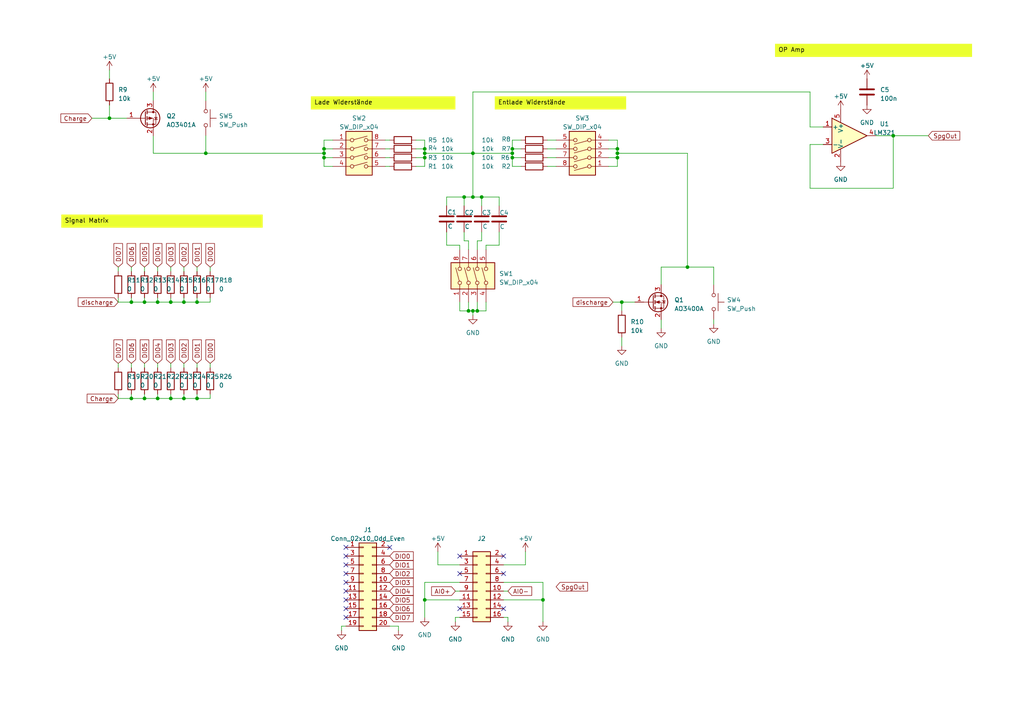
<source format=kicad_sch>
(kicad_sch (version 20231120) (generator "eeschema") (generator_version "8.0")
  (paper "A4")
  (lib_symbols
    (symbol "Amplifier_Operational:LM321" (pin_names (offset 0.127))
      (property "Reference" "U" (at 0 7.62 0))
      (property "Value" "LM321" (at 0 5.08 0))
      (symbol "LM321_0_1"
        (polyline (pts (xy -5.08 5.08) (xy 5.08 0) (xy -5.08 -5.08) (xy -5.08 5.08)) (stroke (width 0.254)) (fill (type background)))
      )
      (symbol "LM321_1_1"
        (pin input line (at -7.62 2.54 0) (length 2.54) (name "+") (number "1"))
        (pin power_in line (at -2.54 -7.62 90) (length 3.81) (name "V-") (number "2"))
        (pin input line (at -7.62 -2.54 0) (length 2.54) (name "-") (number "3"))
        (pin output line (at 7.62 0 180) (length 2.54) (name "~") (number "4"))
        (pin power_in line (at -2.54 7.62 270) (length 3.81) (name "V+") (number "5"))
      )
    )
    (symbol "Connector_Generic:Conn_02x08_Odd_Even" (pin_names (offset 1.016) hide)
      (property "Reference" "J" (at 1.27 10.16 0))
      (property "Value" "Conn_02x08_Odd_Even" (at 1.27 -12.7 0))
      (symbol "Conn_02x08_Odd_Even_1_1"
        (rectangle (start -1.27 -10.033) (end 0 -10.287) (stroke (width 0.1524)))
        (rectangle (start -1.27 -7.493) (end 0 -7.747) (stroke (width 0.1524)))
        (rectangle (start -1.27 -4.953) (end 0 -5.207) (stroke (width 0.1524)))
        (rectangle (start -1.27 -2.413) (end 0 -2.667) (stroke (width 0.1524)))
        (rectangle (start -1.27 0.127) (end 0 -0.127) (stroke (width 0.1524)))
        (rectangle (start -1.27 2.667) (end 0 2.413) (stroke (width 0.1524)))
        (rectangle (start -1.27 5.207) (end 0 4.953) (stroke (width 0.1524)))
        (rectangle (start -1.27 7.747) (end 0 7.493) (stroke (width 0.1524)))
        (rectangle (start -1.27 8.89) (end 3.81 -11.43) (stroke (width 0.254)) (fill (type background)))
        (rectangle (start 3.81 -10.033) (end 2.54 -10.287) (stroke (width 0.1524)))
        (rectangle (start 3.81 -7.493) (end 2.54 -7.747) (stroke (width 0.1524)))
        (rectangle (start 3.81 -4.953) (end 2.54 -5.207) (stroke (width 0.1524)))
        (rectangle (start 3.81 -2.413) (end 2.54 -2.667) (stroke (width 0.1524)))
        (rectangle (start 3.81 0.127) (end 2.54 -0.127) (stroke (width 0.1524)))
        (rectangle (start 3.81 2.667) (end 2.54 2.413) (stroke (width 0.1524)))
        (rectangle (start 3.81 5.207) (end 2.54 4.953) (stroke (width 0.1524)))
        (rectangle (start 3.81 7.747) (end 2.54 7.493) (stroke (width 0.1524)))
        (pin passive line (at -5.08 7.62 0) (length 3.81) (name "Pin_1") (number "1"))
        (pin passive line (at 7.62 -2.54 180) (length 3.81) (name "Pin_10") (number "10"))
        (pin passive line (at -5.08 -5.08 0) (length 3.81) (name "Pin_11") (number "11"))
        (pin passive line (at 7.62 -5.08 180) (length 3.81) (name "Pin_12") (number "12"))
        (pin passive line (at -5.08 -7.62 0) (length 3.81) (name "Pin_13") (number "13"))
        (pin passive line (at 7.62 -7.62 180) (length 3.81) (name "Pin_14") (number "14"))
        (pin passive line (at -5.08 -10.16 0) (length 3.81) (name "Pin_15") (number "15"))
        (pin passive line (at 7.62 -10.16 180) (length 3.81) (name "Pin_16") (number "16"))
        (pin passive line (at 7.62 7.62 180) (length 3.81) (name "Pin_2") (number "2"))
        (pin passive line (at -5.08 5.08 0) (length 3.81) (name "Pin_3") (number "3"))
        (pin passive line (at 7.62 5.08 180) (length 3.81) (name "Pin_4") (number "4"))
        (pin passive line (at -5.08 2.54 0) (length 3.81) (name "Pin_5") (number "5"))
        (pin passive line (at 7.62 2.54 180) (length 3.81) (name "Pin_6") (number "6"))
        (pin passive line (at -5.08 0 0) (length 3.81) (name "Pin_7") (number "7"))
        (pin passive line (at 7.62 0 180) (length 3.81) (name "Pin_8") (number "8"))
        (pin passive line (at -5.08 -2.54 0) (length 3.81) (name "Pin_9") (number "9"))
      )
    )
    (symbol "Connector_Generic:Conn_02x10_Odd_Even" (pin_names (offset 1.016) hide)
      (property "Reference" "J" (at 1.27 12.7 0))
      (property "Value" "Conn_02x10_Odd_Even" (at 1.27 -15.24 0))
      (symbol "Conn_02x10_Odd_Even_1_1"
        (rectangle (start -1.27 -12.573) (end 0 -12.827) (stroke (width 0.1524)))
        (rectangle (start -1.27 -10.033) (end 0 -10.287) (stroke (width 0.1524)))
        (rectangle (start -1.27 -7.493) (end 0 -7.747) (stroke (width 0.1524)))
        (rectangle (start -1.27 -4.953) (end 0 -5.207) (stroke (width 0.1524)))
        (rectangle (start -1.27 -2.413) (end 0 -2.667) (stroke (width 0.1524)))
        (rectangle (start -1.27 0.127) (end 0 -0.127) (stroke (width 0.1524)))
        (rectangle (start -1.27 2.667) (end 0 2.413) (stroke (width 0.1524)))
        (rectangle (start -1.27 5.207) (end 0 4.953) (stroke (width 0.1524)))
        (rectangle (start -1.27 7.747) (end 0 7.493) (stroke (width 0.1524)))
        (rectangle (start -1.27 10.287) (end 0 10.033) (stroke (width 0.1524)))
        (rectangle (start -1.27 11.43) (end 3.81 -13.97) (stroke (width 0.254)) (fill (type background)))
        (rectangle (start 3.81 -12.573) (end 2.54 -12.827) (stroke (width 0.1524)))
        (rectangle (start 3.81 -10.033) (end 2.54 -10.287) (stroke (width 0.1524)))
        (rectangle (start 3.81 -7.493) (end 2.54 -7.747) (stroke (width 0.1524)))
        (rectangle (start 3.81 -4.953) (end 2.54 -5.207) (stroke (width 0.1524)))
        (rectangle (start 3.81 -2.413) (end 2.54 -2.667) (stroke (width 0.1524)))
        (rectangle (start 3.81 0.127) (end 2.54 -0.127) (stroke (width 0.1524)))
        (rectangle (start 3.81 2.667) (end 2.54 2.413) (stroke (width 0.1524)))
        (rectangle (start 3.81 5.207) (end 2.54 4.953) (stroke (width 0.1524)))
        (rectangle (start 3.81 7.747) (end 2.54 7.493) (stroke (width 0.1524)))
        (rectangle (start 3.81 10.287) (end 2.54 10.033) (stroke (width 0.1524)))
        (pin passive line (at -5.08 10.16 0) (length 3.81) (name "Pin_1") (number "1"))
        (pin passive line (at 7.62 0 180) (length 3.81) (name "Pin_10") (number "10"))
        (pin passive line (at -5.08 -2.54 0) (length 3.81) (name "Pin_11") (number "11"))
        (pin passive line (at 7.62 -2.54 180) (length 3.81) (name "Pin_12") (number "12"))
        (pin passive line (at -5.08 -5.08 0) (length 3.81) (name "Pin_13") (number "13"))
        (pin passive line (at 7.62 -5.08 180) (length 3.81) (name "Pin_14") (number "14"))
        (pin passive line (at -5.08 -7.62 0) (length 3.81) (name "Pin_15") (number "15"))
        (pin passive line (at 7.62 -7.62 180) (length 3.81) (name "Pin_16") (number "16"))
        (pin passive line (at -5.08 -10.16 0) (length 3.81) (name "Pin_17") (number "17"))
        (pin passive line (at 7.62 -10.16 180) (length 3.81) (name "Pin_18") (number "18"))
        (pin passive line (at -5.08 -12.7 0) (length 3.81) (name "Pin_19") (number "19"))
        (pin passive line (at 7.62 10.16 180) (length 3.81) (name "Pin_2") (number "2"))
        (pin passive line (at 7.62 -12.7 180) (length 3.81) (name "Pin_20") (number "20"))
        (pin passive line (at -5.08 7.62 0) (length 3.81) (name "Pin_3") (number "3"))
        (pin passive line (at 7.62 7.62 180) (length 3.81) (name "Pin_4") (number "4"))
        (pin passive line (at -5.08 5.08 0) (length 3.81) (name "Pin_5") (number "5"))
        (pin passive line (at 7.62 5.08 180) (length 3.81) (name "Pin_6") (number "6"))
        (pin passive line (at -5.08 2.54 0) (length 3.81) (name "Pin_7") (number "7"))
        (pin passive line (at 7.62 2.54 180) (length 3.81) (name "Pin_8") (number "8"))
        (pin passive line (at -5.08 0 0) (length 3.81) (name "Pin_9") (number "9"))
      )
    )
    (symbol "Device:C" (pin_numbers hide) (pin_names (offset 0.254))
      (property "Reference" "C" (at 0.635 2.54 0))
      (property "Value" "C" (at 0.635 -2.54 0))
      (symbol "C_0_1"
        (polyline (pts (xy -2.032 -0.762) (xy 2.032 -0.762)) (stroke (width 0.508)))
        (polyline (pts (xy -2.032 0.762) (xy 2.032 0.762)) (stroke (width 0.508)))
      )
      (symbol "C_1_1"
        (pin passive line (at 0 3.81 270) (length 2.794) (name "~") (number "1"))
        (pin passive line (at 0 -3.81 90) (length 2.794) (name "~") (number "2"))
      )
    )
    (symbol "Device:R" (pin_numbers hide) (pin_names (offset 0))
      (property "Reference" "R" (at 2.032 0 90))
      (property "Value" "R" (at 0 0 90))
      (symbol "R_0_1"
        (rectangle (start -1.016 -2.54) (end 1.016 2.54) (stroke (width 0.254)))
      )
      (symbol "R_1_1"
        (pin passive line (at 0 3.81 270) (length 1.27) (name "~") (number "1"))
        (pin passive line (at 0 -3.81 90) (length 1.27) (name "~") (number "2"))
      )
    )
    (symbol "Switch:SW_DIP_x04" (pin_names (offset 0) hide)
      (property "Reference" "SW" (at 0 8.89 0))
      (property "Value" "SW_DIP_x04" (at 0 -6.35 0))
      (symbol "SW_DIP_x04_0_0"
        (circle (center -2.032 -2.54) (radius 0.508))
        (circle (center -2.032 0) (radius 0.508))
        (circle (center -2.032 2.54) (radius 0.508))
        (circle (center -2.032 5.08) (radius 0.508))
        (polyline (pts (xy -1.524 -2.3876) (xy 2.3622 -1.3462)))
        (polyline (pts (xy -1.524 0.127) (xy 2.3622 1.1684)))
        (polyline (pts (xy -1.524 2.667) (xy 2.3622 3.7084)))
        (polyline (pts (xy -1.524 5.207) (xy 2.3622 6.2484)))
        (circle (center 2.032 -2.54) (radius 0.508))
        (circle (center 2.032 0) (radius 0.508))
        (circle (center 2.032 2.54) (radius 0.508))
        (circle (center 2.032 5.08) (radius 0.508))
      )
      (symbol "SW_DIP_x04_0_1"
        (rectangle (start -3.81 7.62) (end 3.81 -5.08) (stroke (width 0.254)) (fill (type background)))
      )
      (symbol "SW_DIP_x04_1_1"
        (pin passive line (at -7.62 5.08 0) (length 5.08) (name "~") (number "1"))
        (pin passive line (at -7.62 2.54 0) (length 5.08) (name "~") (number "2"))
        (pin passive line (at -7.62 0 0) (length 5.08) (name "~") (number "3"))
        (pin passive line (at -7.62 -2.54 0) (length 5.08) (name "~") (number "4"))
        (pin passive line (at 7.62 -2.54 180) (length 5.08) (name "~") (number "5"))
        (pin passive line (at 7.62 0 180) (length 5.08) (name "~") (number "6"))
        (pin passive line (at 7.62 2.54 180) (length 5.08) (name "~") (number "7"))
        (pin passive line (at 7.62 5.08 180) (length 5.08) (name "~") (number "8"))
      )
    )
    (symbol "Switch:SW_Push" (pin_numbers hide) (pin_names (offset 1.016) hide)
      (property "Reference" "SW" (at 1.27 2.54 0))
      (property "Value" "SW_Push" (at 0 -1.524 0))
      (symbol "SW_Push_0_1"
        (circle (center -2.032 0) (radius 0.508))
        (polyline (pts (xy 0 1.27) (xy 0 3.048)))
        (polyline (pts (xy 2.54 1.27) (xy -2.54 1.27)))
        (circle (center 2.032 0) (radius 0.508))
        (pin passive line (at -5.08 0 0) (length 2.54) (name "1") (number "1"))
        (pin passive line (at 5.08 0 180) (length 2.54) (name "2") (number "2"))
      )
    )
    (symbol "Transistor_FET:AO3400A" (pin_names hide)
      (property "Reference" "Q" (at 5.08 1.905 0))
      (property "Value" "AO3400A" (at 5.08 0 0))
      (symbol "AO3400A_0_1"
        (polyline (pts (xy 0.254 0) (xy -2.54 0)))
        (polyline (pts (xy 0.254 1.905) (xy 0.254 -1.905)) (stroke (width 0.254)))
        (polyline (pts (xy 0.762 -1.27) (xy 0.762 -2.286)) (stroke (width 0.254)))
        (polyline (pts (xy 0.762 0.508) (xy 0.762 -0.508)) (stroke (width 0.254)))
        (polyline (pts (xy 0.762 2.286) (xy 0.762 1.27)) (stroke (width 0.254)))
        (polyline (pts (xy 2.54 2.54) (xy 2.54 1.778)))
        (polyline (pts (xy 2.54 -2.54) (xy 2.54 0) (xy 0.762 0)))
        (polyline (pts (xy 0.762 -1.778) (xy 3.302 -1.778) (xy 3.302 1.778) (xy 0.762 1.778)))
        (polyline (pts (xy 1.016 0) (xy 2.032 0.381) (xy 2.032 -0.381) (xy 1.016 0)) (fill (type outline)))
        (polyline (pts (xy 2.794 0.508) (xy 2.921 0.381) (xy 3.683 0.381) (xy 3.81 0.254)))
        (polyline (pts (xy 3.302 0.381) (xy 2.921 -0.254) (xy 3.683 -0.254) (xy 3.302 0.381)))
        (circle (center 1.651 0) (radius 2.794) (stroke (width 0.254)))
        (circle (center 2.54 -1.778) (radius 0.254) (fill (type outline)))
        (circle (center 2.54 1.778) (radius 0.254) (fill (type outline)))
      )
      (symbol "AO3400A_1_1"
        (pin input line (at -5.08 0 0) (length 2.54) (name "G") (number "1"))
        (pin passive line (at 2.54 -5.08 90) (length 2.54) (name "S") (number "2"))
        (pin passive line (at 2.54 5.08 270) (length 2.54) (name "D") (number "3"))
      )
    )
    (symbol "Transistor_FET:AO3401A" (pin_names hide)
      (property "Reference" "Q" (at 5.08 1.905 0))
      (property "Value" "AO3401A" (at 5.08 0 0))
      (symbol "AO3401A_0_1"
        (polyline (pts (xy 0.254 0) (xy -2.54 0)))
        (polyline (pts (xy 0.254 1.905) (xy 0.254 -1.905)) (stroke (width 0.254)))
        (polyline (pts (xy 0.762 -1.27) (xy 0.762 -2.286)) (stroke (width 0.254)))
        (polyline (pts (xy 0.762 0.508) (xy 0.762 -0.508)) (stroke (width 0.254)))
        (polyline (pts (xy 0.762 2.286) (xy 0.762 1.27)) (stroke (width 0.254)))
        (polyline (pts (xy 2.54 2.54) (xy 2.54 1.778)))
        (polyline (pts (xy 2.54 -2.54) (xy 2.54 0) (xy 0.762 0)))
        (polyline (pts (xy 0.762 1.778) (xy 3.302 1.778) (xy 3.302 -1.778) (xy 0.762 -1.778)))
        (polyline (pts (xy 2.286 0) (xy 1.27 0.381) (xy 1.27 -0.381) (xy 2.286 0)) (fill (type outline)))
        (polyline (pts (xy 2.794 -0.508) (xy 2.921 -0.381) (xy 3.683 -0.381) (xy 3.81 -0.254)))
        (polyline (pts (xy 3.302 -0.381) (xy 2.921 0.254) (xy 3.683 0.254) (xy 3.302 -0.381)))
        (circle (center 1.651 0) (radius 2.794) (stroke (width 0.254)))
        (circle (center 2.54 -1.778) (radius 0.254) (fill (type outline)))
        (circle (center 2.54 1.778) (radius 0.254) (fill (type outline)))
      )
      (symbol "AO3401A_1_1"
        (pin input line (at -5.08 0 0) (length 2.54) (name "G") (number "1"))
        (pin passive line (at 2.54 -5.08 90) (length 2.54) (name "S") (number "2"))
        (pin passive line (at 2.54 5.08 270) (length 2.54) (name "D") (number "3"))
      )
    )
    (symbol "power:+5V" (power) (pin_names (offset 0))
      (property "Value" "+5V" (at 0 3.556 0))
      (symbol "+5V_0_1"
        (polyline (pts (xy -0.762 1.27) (xy 0 2.54)))
        (polyline (pts (xy 0 0) (xy 0 2.54)))
        (polyline (pts (xy 0 2.54) (xy 0.762 1.27)))
      )
      (symbol "+5V_1_1"
        (pin power_in line (at 0 0 90) (length 0) hide (name "+5V") (number "1"))
      )
    )
    (symbol "power:GND" (power) (pin_names (offset 0))
      (property "Value" "GND" (at 0 -3.81 0))
      (symbol "GND_0_1"
        (polyline (pts (xy 0 0) (xy 0 -1.27) (xy 1.27 -1.27) (xy 0 -2.54) (xy -1.27 -1.27) (xy 0 -1.27)))
      )
      (symbol "GND_1_1"
        (pin power_in line (at 0 0 270) (length 0) hide (name "GND") (number "1"))
      )
    )
  )
  (junction (at 93.98 44.45))
  (junction (at 38.1 115.57))
  (junction (at 123.19 43.18))
  (junction (at 49.53 87.63))
  (junction (at 41.91 87.63))
  (junction (at 45.72 87.63))
  (junction (at 38.1 87.63))
  (junction (at 135.89 90.17))
  (junction (at 53.34 115.57))
  (junction (at 179.07 43.18))
  (junction (at 93.98 45.72))
  (junction (at 137.16 57.15))
  (junction (at 59.69 44.45))
  (junction (at 259.08 39.37))
  (junction (at 53.34 87.63))
  (junction (at 138.43 90.17))
  (junction (at 49.53 115.57))
  (junction (at 93.98 43.18))
  (junction (at 148.59 45.72))
  (junction (at 180.34 87.63))
  (junction (at 137.16 90.17))
  (junction (at 148.59 43.18))
  (junction (at 41.91 115.57))
  (junction (at 57.15 115.57))
  (junction (at 139.7 57.15))
  (junction (at 134.62 57.15))
  (junction (at 123.19 45.72))
  (junction (at 45.72 115.57))
  (junction (at 137.16 44.45))
  (junction (at 148.59 44.45))
  (junction (at 31.75 34.29))
  (junction (at 157.48 173.99))
  (junction (at 199.39 77.47))
  (junction (at 57.15 87.63))
  (junction (at 123.19 173.99))
  (junction (at 179.07 45.72))
  (junction (at 123.19 44.45))
  (junction (at 179.07 44.45))
  (no_connect (at 100.33 176.53))
  (no_connect (at 133.35 176.53))
  (no_connect (at 113.03 158.75))
  (no_connect (at 100.33 166.37))
  (no_connect (at 100.33 173.99))
  (no_connect (at 100.33 171.45))
  (no_connect (at 100.33 179.07))
  (no_connect (at 146.05 176.53))
  (no_connect (at 133.35 166.37))
  (no_connect (at 100.33 168.91))
  (no_connect (at 100.33 158.75))
  (no_connect (at 146.05 161.29))
  (no_connect (at 100.33 161.29))
  (no_connect (at 146.05 166.37))
  (no_connect (at 133.35 161.29))
  (no_connect (at 100.33 163.83))
  (wire (pts (xy 137.16 44.45) (xy 148.59 44.45)))
  (wire (pts (xy 191.77 92.71) (xy 191.77 95.25)))
  (wire (pts (xy 176.53 48.26) (xy 179.07 48.26)))
  (wire (pts (xy 134.62 57.15) (xy 137.16 57.15)))
  (wire (pts (xy 45.72 87.63) (xy 49.53 87.63)))
  (wire (pts (xy 123.19 173.99) (xy 133.35 173.99)))
  (wire (pts (xy 113.03 40.64) (xy 111.76 40.64)))
  (wire (pts (xy 176.53 43.18) (xy 179.07 43.18)))
  (wire (pts (xy 144.78 57.15) (xy 144.78 59.69)))
  (wire (pts (xy 123.19 40.64) (xy 123.19 43.18)))
  (wire (pts (xy 132.08 171.45) (xy 133.35 171.45)))
  (wire (pts (xy 93.98 43.18) (xy 96.52 43.18)))
  (wire (pts (xy 259.08 39.37) (xy 269.24 39.37)))
  (wire (pts (xy 59.69 44.45) (xy 59.69 39.37)))
  (wire (pts (xy 120.65 43.18) (xy 123.19 43.18)))
  (wire (pts (xy 45.72 115.57) (xy 49.53 115.57)))
  (wire (pts (xy 93.98 45.72) (xy 93.98 48.26)))
  (wire (pts (xy 49.53 77.47) (xy 49.53 78.74)))
  (wire (pts (xy 158.75 43.18) (xy 161.29 43.18)))
  (wire (pts (xy 180.34 90.17) (xy 180.34 87.63)))
  (wire (pts (xy 123.19 45.72) (xy 123.19 48.26)))
  (wire (pts (xy 259.08 39.37) (xy 254 39.37)))
  (wire (pts (xy 45.72 114.3) (xy 45.72 115.57)))
  (wire (pts (xy 45.72 115.57) (xy 41.91 115.57)))
  (wire (pts (xy 34.29 77.47) (xy 34.29 78.74)))
  (wire (pts (xy 234.95 26.67) (xy 137.16 26.67)))
  (wire (pts (xy 113.03 48.26) (xy 111.76 48.26)))
  (wire (pts (xy 59.69 44.45) (xy 93.98 44.45)))
  (wire (pts (xy 120.65 48.26) (xy 123.19 48.26)))
  (wire (pts (xy 53.34 105.41) (xy 53.34 106.68)))
  (wire (pts (xy 45.72 105.41) (xy 45.72 106.68)))
  (wire (pts (xy 157.48 168.91) (xy 157.48 173.99)))
  (wire (pts (xy 137.16 57.15) (xy 139.7 57.15)))
  (wire (pts (xy 238.76 41.91) (xy 234.95 41.91)))
  (wire (pts (xy 179.07 44.45) (xy 179.07 45.72)))
  (wire (pts (xy 148.59 44.45) (xy 148.59 45.72)))
  (wire (pts (xy 60.96 115.57) (xy 57.15 115.57)))
  (wire (pts (xy 129.54 57.15) (xy 134.62 57.15)))
  (wire (pts (xy 133.35 168.91) (xy 123.19 168.91)))
  (wire (pts (xy 123.19 44.45) (xy 137.16 44.45)))
  (wire (pts (xy 180.34 100.33) (xy 180.34 97.79)))
  (wire (pts (xy 132.08 179.07) (xy 132.08 180.34)))
  (wire (pts (xy 139.7 57.15) (xy 144.78 57.15)))
  (wire (pts (xy 123.19 44.45) (xy 123.19 45.72)))
  (wire (pts (xy 137.16 44.45) (xy 137.16 57.15)))
  (wire (pts (xy 44.45 39.37) (xy 44.45 44.45)))
  (wire (pts (xy 129.54 59.69) (xy 129.54 57.15)))
  (wire (pts (xy 38.1 77.47) (xy 38.1 78.74)))
  (wire (pts (xy 49.53 114.3) (xy 49.53 115.57)))
  (wire (pts (xy 34.29 115.57) (xy 34.29 114.3)))
  (wire (pts (xy 41.91 105.41) (xy 41.91 106.68)))
  (wire (pts (xy 53.34 86.36) (xy 53.34 87.63)))
  (wire (pts (xy 191.77 82.55) (xy 191.77 77.47)))
  (wire (pts (xy 57.15 105.41) (xy 57.15 106.68)))
  (wire (pts (xy 148.59 45.72) (xy 148.59 48.26)))
  (wire (pts (xy 259.08 54.61) (xy 259.08 39.37)))
  (wire (pts (xy 41.91 86.36) (xy 41.91 87.63)))
  (wire (pts (xy 93.98 43.18) (xy 93.98 44.45)))
  (wire (pts (xy 135.89 69.85) (xy 135.89 72.39)))
  (wire (pts (xy 123.19 43.18) (xy 123.19 44.45)))
  (wire (pts (xy 123.19 173.99) (xy 123.19 179.07)))
  (wire (pts (xy 44.45 44.45) (xy 59.69 44.45)))
  (wire (pts (xy 134.62 57.15) (xy 134.62 59.69)))
  (wire (pts (xy 134.62 69.85) (xy 135.89 69.85)))
  (wire (pts (xy 53.34 87.63) (xy 49.53 87.63)))
  (wire (pts (xy 140.97 87.63) (xy 140.97 90.17)))
  (wire (pts (xy 146.05 179.07) (xy 147.32 179.07)))
  (wire (pts (xy 44.45 26.67) (xy 44.45 29.21)))
  (wire (pts (xy 41.91 77.47) (xy 41.91 78.74)))
  (wire (pts (xy 144.78 67.31) (xy 144.78 71.12)))
  (wire (pts (xy 135.89 87.63) (xy 135.89 90.17)))
  (wire (pts (xy 93.98 40.64) (xy 96.52 40.64)))
  (wire (pts (xy 137.16 90.17) (xy 137.16 91.44)))
  (wire (pts (xy 60.96 114.3) (xy 60.96 115.57)))
  (wire (pts (xy 45.72 77.47) (xy 45.72 78.74)))
  (wire (pts (xy 147.32 179.07) (xy 147.32 180.34)))
  (wire (pts (xy 152.4 160.02) (xy 152.4 163.83)))
  (wire (pts (xy 152.4 163.83) (xy 146.05 163.83)))
  (wire (pts (xy 139.7 57.15) (xy 139.7 59.69)))
  (wire (pts (xy 137.16 26.67) (xy 137.16 44.45)))
  (wire (pts (xy 49.53 86.36) (xy 49.53 87.63)))
  (wire (pts (xy 93.98 40.64) (xy 93.98 43.18)))
  (wire (pts (xy 151.13 40.64) (xy 148.59 40.64)))
  (wire (pts (xy 113.03 43.18) (xy 111.76 43.18)))
  (wire (pts (xy 38.1 87.63) (xy 34.29 87.63)))
  (wire (pts (xy 57.15 77.47) (xy 57.15 78.74)))
  (wire (pts (xy 146.05 168.91) (xy 157.48 168.91)))
  (wire (pts (xy 57.15 87.63) (xy 53.34 87.63)))
  (wire (pts (xy 120.65 45.72) (xy 123.19 45.72)))
  (wire (pts (xy 133.35 179.07) (xy 132.08 179.07)))
  (wire (pts (xy 120.65 40.64) (xy 123.19 40.64)))
  (wire (pts (xy 207.01 92.71) (xy 207.01 93.98)))
  (wire (pts (xy 135.89 90.17) (xy 137.16 90.17)))
  (wire (pts (xy 129.54 67.31) (xy 129.54 71.12)))
  (wire (pts (xy 93.98 48.26) (xy 96.52 48.26)))
  (wire (pts (xy 146.05 173.99) (xy 157.48 173.99)))
  (wire (pts (xy 57.15 115.57) (xy 53.34 115.57)))
  (wire (pts (xy 31.75 20.32) (xy 31.75 22.86)))
  (wire (pts (xy 148.59 48.26) (xy 151.13 48.26)))
  (wire (pts (xy 99.06 181.61) (xy 100.33 181.61)))
  (wire (pts (xy 179.07 40.64) (xy 179.07 43.18)))
  (wire (pts (xy 148.59 43.18) (xy 148.59 44.45)))
  (wire (pts (xy 53.34 114.3) (xy 53.34 115.57)))
  (wire (pts (xy 115.57 182.88) (xy 115.57 181.61)))
  (wire (pts (xy 147.32 171.45) (xy 146.05 171.45)))
  (wire (pts (xy 93.98 44.45) (xy 93.98 45.72)))
  (wire (pts (xy 158.75 40.64) (xy 161.29 40.64)))
  (wire (pts (xy 123.19 168.91) (xy 123.19 173.99)))
  (wire (pts (xy 57.15 114.3) (xy 57.15 115.57)))
  (wire (pts (xy 137.16 90.17) (xy 138.43 90.17)))
  (wire (pts (xy 158.75 45.72) (xy 161.29 45.72)))
  (wire (pts (xy 133.35 87.63) (xy 133.35 90.17)))
  (wire (pts (xy 148.59 40.64) (xy 148.59 43.18)))
  (wire (pts (xy 138.43 87.63) (xy 138.43 90.17)))
  (wire (pts (xy 179.07 45.72) (xy 179.07 48.26)))
  (wire (pts (xy 133.35 90.17) (xy 135.89 90.17)))
  (wire (pts (xy 140.97 72.39) (xy 140.97 71.12)))
  (wire (pts (xy 60.96 87.63) (xy 57.15 87.63)))
  (wire (pts (xy 38.1 105.41) (xy 38.1 106.68)))
  (wire (pts (xy 45.72 86.36) (xy 45.72 87.63)))
  (wire (pts (xy 134.62 67.31) (xy 134.62 69.85)))
  (wire (pts (xy 127 163.83) (xy 133.35 163.83)))
  (wire (pts (xy 191.77 77.47) (xy 199.39 77.47)))
  (wire (pts (xy 34.29 87.63) (xy 34.29 86.36)))
  (wire (pts (xy 113.03 45.72) (xy 111.76 45.72)))
  (wire (pts (xy 41.91 87.63) (xy 38.1 87.63)))
  (wire (pts (xy 138.43 69.85) (xy 139.7 69.85)))
  (wire (pts (xy 41.91 115.57) (xy 38.1 115.57)))
  (wire (pts (xy 234.95 36.83) (xy 238.76 36.83)))
  (wire (pts (xy 57.15 86.36) (xy 57.15 87.63)))
  (wire (pts (xy 138.43 72.39) (xy 138.43 69.85)))
  (wire (pts (xy 148.59 43.18) (xy 151.13 43.18)))
  (wire (pts (xy 199.39 44.45) (xy 199.39 77.47)))
  (wire (pts (xy 199.39 77.47) (xy 207.01 77.47)))
  (wire (pts (xy 26.67 34.29) (xy 31.75 34.29)))
  (wire (pts (xy 127 160.02) (xy 127 163.83)))
  (wire (pts (xy 60.96 105.41) (xy 60.96 106.68)))
  (wire (pts (xy 176.53 45.72) (xy 179.07 45.72)))
  (wire (pts (xy 179.07 44.45) (xy 199.39 44.45)))
  (wire (pts (xy 133.35 72.39) (xy 133.35 71.12)))
  (wire (pts (xy 53.34 115.57) (xy 49.53 115.57)))
  (wire (pts (xy 31.75 34.29) (xy 36.83 34.29)))
  (wire (pts (xy 234.95 54.61) (xy 259.08 54.61)))
  (wire (pts (xy 38.1 86.36) (xy 38.1 87.63)))
  (wire (pts (xy 139.7 69.85) (xy 139.7 67.31)))
  (wire (pts (xy 138.43 90.17) (xy 140.97 90.17)))
  (wire (pts (xy 177.8 87.63) (xy 180.34 87.63)))
  (wire (pts (xy 234.95 41.91) (xy 234.95 54.61)))
  (wire (pts (xy 45.72 87.63) (xy 41.91 87.63)))
  (wire (pts (xy 41.91 114.3) (xy 41.91 115.57)))
  (wire (pts (xy 176.53 40.64) (xy 179.07 40.64)))
  (wire (pts (xy 38.1 115.57) (xy 34.29 115.57)))
  (wire (pts (xy 31.75 30.48) (xy 31.75 34.29)))
  (wire (pts (xy 53.34 77.47) (xy 53.34 78.74)))
  (wire (pts (xy 113.03 181.61) (xy 115.57 181.61)))
  (wire (pts (xy 99.06 182.88) (xy 99.06 181.61)))
  (wire (pts (xy 157.48 180.34) (xy 157.48 173.99)))
  (wire (pts (xy 38.1 114.3) (xy 38.1 115.57)))
  (wire (pts (xy 148.59 45.72) (xy 151.13 45.72)))
  (wire (pts (xy 93.98 45.72) (xy 96.52 45.72)))
  (wire (pts (xy 60.96 77.47) (xy 60.96 78.74)))
  (wire (pts (xy 34.29 105.41) (xy 34.29 106.68)))
  (wire (pts (xy 59.69 26.67) (xy 59.69 29.21)))
  (wire (pts (xy 180.34 87.63) (xy 184.15 87.63)))
  (wire (pts (xy 207.01 77.47) (xy 207.01 82.55)))
  (wire (pts (xy 158.75 48.26) (xy 161.29 48.26)))
  (wire (pts (xy 60.96 86.36) (xy 60.96 87.63)))
  (wire (pts (xy 49.53 105.41) (xy 49.53 106.68)))
  (wire (pts (xy 133.35 71.12) (xy 129.54 71.12)))
  (wire (pts (xy 179.07 43.18) (xy 179.07 44.45)))
  (wire (pts (xy 140.97 71.12) (xy 144.78 71.12)))
  (wire (pts (xy 234.95 36.83) (xy 234.95 26.67)))
  (text_box "Lade Widerstände" (at 90.17 27.94 0) (size 41.91 3.81) (stroke (width -0.0001)) (fill (type color) (color 234 255 48 1)) (effects (font (size 1.27 1.27)) (justify left top)))
  (text_box "Signal Matrix" (at 17.78 62.23 0) (size 58.42 3.81) (stroke (width -0.0001)) (fill (type color) (color 234 255 48 1)) (effects (font (size 1.27 1.27)) (justify left top)))
  (text_box "Entlade Widerstände" (at 143.51 27.94 0) (size 38.1 3.81) (stroke (width -0.0001)) (fill (type color) (color 234 255 48 1)) (effects (font (size 1.27 1.27)) (justify left top)))
  (text_box "OP Amp \n" (at 224.79 12.7 0) (size 57.15 3.81) (stroke (width -0.0001)) (fill (type color) (color 234 255 48 1)) (effects (font (size 1.27 1.27)) (justify left top)))
  (global_label "discharge" (shape input) (at 177.8 87.63 180) (property "Intersheetrefs" "${INTERSHEET_REFS}" (effects (hide yes))))
  (global_label "DIO2" (shape input) (at 53.34 77.47 90) (property "Intersheetrefs" "${INTERSHEET_REFS}" (effects (hide yes))))
  (global_label "DIO3" (shape input) (at 113.03 168.91 0) (property "Intersheetrefs" "${INTERSHEET_REFS}" (effects (hide yes))))
  (global_label "DIO7" (shape input) (at 34.29 77.47 90) (property "Intersheetrefs" "${INTERSHEET_REFS}" (effects (hide yes))))
  (global_label "Charge" (shape input) (at 26.67 34.29 180) (property "Intersheetrefs" "${INTERSHEET_REFS}" (effects (hide yes))))
  (global_label "discharge" (shape input) (at 34.29 87.63 180) (property "Intersheetrefs" "${INTERSHEET_REFS}" (effects (hide yes))))
  (global_label "DIO3" (shape input) (at 49.53 105.41 90) (property "Intersheetrefs" "${INTERSHEET_REFS}" (effects (hide yes))))
  (global_label "DIO0" (shape input) (at 113.03 161.29 0) (property "Intersheetrefs" "${INTERSHEET_REFS}" (effects (hide yes))))
  (global_label "DIO7" (shape input) (at 34.29 105.41 90) (property "Intersheetrefs" "${INTERSHEET_REFS}" (effects (hide yes))))
  (global_label "DIO4" (shape input) (at 45.72 105.41 90) (property "Intersheetrefs" "${INTERSHEET_REFS}" (effects (hide yes))))
  (global_label "AI0+" (shape input) (at 132.08 171.45 180) (property "Intersheetrefs" "${INTERSHEET_REFS}" (effects (hide yes))))
  (global_label "DIO3" (shape input) (at 49.53 77.47 90) (property "Intersheetrefs" "${INTERSHEET_REFS}" (effects (hide yes))))
  (global_label "DIO6" (shape input) (at 113.03 176.53 0) (property "Intersheetrefs" "${INTERSHEET_REFS}" (effects (hide yes))))
  (global_label "SpgOut" (shape input) (at 269.24 39.37 0) (property "Intersheetrefs" "${INTERSHEET_REFS}" (effects (hide yes))))
  (global_label "DIO0" (shape input) (at 60.96 105.41 90) (property "Intersheetrefs" "${INTERSHEET_REFS}" (effects (hide yes))))
  (global_label "DIO7" (shape input) (at 113.03 179.07 0) (property "Intersheetrefs" "${INTERSHEET_REFS}" (effects (hide yes))))
  (global_label "DIO2" (shape input) (at 113.03 166.37 0) (property "Intersheetrefs" "${INTERSHEET_REFS}" (effects (hide yes))))
  (global_label "DIO1" (shape input) (at 57.15 105.41 90) (property "Intersheetrefs" "${INTERSHEET_REFS}" (effects (hide yes))))
  (global_label "AI0-" (shape input) (at 147.32 171.45 0) (property "Intersheetrefs" "${INTERSHEET_REFS}" (effects (hide yes))))
  (global_label "DIO6" (shape input) (at 38.1 77.47 90) (property "Intersheetrefs" "${INTERSHEET_REFS}" (effects (hide yes))))
  (global_label "DIO4" (shape input) (at 45.72 77.47 90) (property "Intersheetrefs" "${INTERSHEET_REFS}" (effects (hide yes))))
  (global_label "DIO5" (shape input) (at 41.91 105.41 90) (property "Intersheetrefs" "${INTERSHEET_REFS}" (effects (hide yes))))
  (global_label "SpgOut" (shape input) (at 161.29 170.18 0) (property "Intersheetrefs" "${INTERSHEET_REFS}" (effects (hide yes))))
  (global_label "Charge" (shape input) (at 34.29 115.57 180) (property "Intersheetrefs" "${INTERSHEET_REFS}" (effects (hide yes))))
  (global_label "DIO4" (shape input) (at 113.03 171.45 0) (property "Intersheetrefs" "${INTERSHEET_REFS}" (effects (hide yes))))
  (global_label "DIO0" (shape input) (at 60.96 77.47 90) (property "Intersheetrefs" "${INTERSHEET_REFS}" (effects (hide yes))))
  (global_label "DIO1" (shape input) (at 113.03 163.83 0) (property "Intersheetrefs" "${INTERSHEET_REFS}" (effects (hide yes))))
  (global_label "DIO1" (shape input) (at 57.15 77.47 90) (property "Intersheetrefs" "${INTERSHEET_REFS}" (effects (hide yes))))
  (global_label "DIO5" (shape input) (at 113.03 173.99 0) (property "Intersheetrefs" "${INTERSHEET_REFS}" (effects (hide yes))))
  (global_label "DIO6" (shape input) (at 38.1 105.41 90) (property "Intersheetrefs" "${INTERSHEET_REFS}" (effects (hide yes))))
  (global_label "DIO5" (shape input) (at 41.91 77.47 90) (property "Intersheetrefs" "${INTERSHEET_REFS}" (effects (hide yes))))
  (global_label "DIO2" (shape input) (at 53.34 105.41 90) (property "Intersheetrefs" "${INTERSHEET_REFS}" (effects (hide yes))))
  (symbol (lib_id "Connector_Generic:Conn_02x10_Odd_Even") (at 105.41 168.91 0) (unit 1)
    (property "Reference" "J1" (at 106.68 153.67 0))
    (property "Value" "Conn_02x10_Odd_Even" (at 106.68 156.21 0))
    (property "Footprint" "Connector_PinHeader_2.54mm:PinHeader_2x10_P2.54mm_Vertical" (effects (hide yes)))
  )
  (symbol (lib_id "Device:R") (at 49.53 82.55 0) (unit 1)
    (property "Reference" "R15" (at 52.07 81.2799 0) (effects (justify left)))
    (property "Value" "0" (at 52.07 83.8199 0) (effects (justify left)))
    (property "Footprint" "Resistor_SMD:R_0402_1005Metric" (effects (hide yes)))
    (property "Description" "Resistor" (effects (hide yes)))
  )
  (symbol (lib_id "Device:R") (at 116.84 48.26 90) (unit 1)
    (property "Reference" "R1" (at 125.476 48.26 90))
    (property "Value" "10k" (at 129.794 48.26 90))
    (property "Footprint" "Resistor_SMD:R_0603_1608Metric" (effects (hide yes)))
  )
  (symbol (lib_id "power:+5V") (at 251.46 22.86 0) (unit 1)
    (property "Reference" "#PWR05" (effects (hide yes)))
    (property "Value" "+5V" (at 251.46 19.05 0))
  )
  (symbol (lib_id "Device:R") (at 116.84 45.72 90) (unit 1)
    (property "Reference" "R3" (at 125.476 45.72 90))
    (property "Value" "10k" (at 129.794 45.72 90))
    (property "Footprint" "Resistor_SMD:R_0603_1608Metric" (effects (hide yes)))
  )
  (symbol (lib_id "Device:R") (at 41.91 110.49 0) (unit 1)
    (property "Reference" "R21" (at 44.45 109.2199 0) (effects (justify left)))
    (property "Value" "0" (at 44.45 111.7599 0) (effects (justify left)))
    (property "Footprint" "Resistor_SMD:R_0402_1005Metric" (effects (hide yes)))
    (property "Description" "Resistor" (effects (hide yes)))
  )
  (symbol (lib_id "Switch:SW_DIP_x04") (at 168.91 43.18 180) (unit 1)
    (property "Reference" "SW3" (at 168.91 34.29 0))
    (property "Value" "SW_DIP_x04" (at 168.91 36.83 0))
    (property "Footprint" "LCSC:SW-SMD_8P-L6.7-W5.4-P1.27-LS8.5" (effects (hide yes)))
  )
  (symbol (lib_id "power:GND") (at 157.48 180.34 0) (mirror y) (unit 1)
    (property "Reference" "#PWR031" (effects (hide yes)))
    (property "Value" "GND" (at 157.48 185.42 0))
  )
  (symbol (lib_id "power:+5V") (at 59.69 26.67 0) (unit 1)
    (property "Reference" "#PWR011" (effects (hide yes)))
    (property "Value" "+5V" (at 59.69 22.86 0))
  )
  (symbol (lib_id "power:GND") (at 251.46 30.48 0) (unit 1)
    (property "Reference" "#PWR04" (effects (hide yes)))
    (property "Value" "GND" (at 251.46 35.56 0))
  )
  (symbol (lib_id "Device:R") (at 41.91 82.55 0) (unit 1)
    (property "Reference" "R13" (at 44.45 81.2799 0) (effects (justify left)))
    (property "Value" "0" (at 44.45 83.8199 0) (effects (justify left)))
    (property "Footprint" "Resistor_SMD:R_0402_1005Metric" (effects (hide yes)))
    (property "Description" "Resistor" (effects (hide yes)))
  )
  (symbol (lib_id "power:GND") (at 115.57 182.88 0) (mirror y) (unit 1)
    (property "Reference" "#PWR023" (effects (hide yes)))
    (property "Value" "GND" (at 115.57 187.96 0))
  )
  (symbol (lib_id "power:+5V") (at 31.75 20.32 0) (unit 1)
    (property "Reference" "#PWR010" (effects (hide yes)))
    (property "Value" "+5V" (at 31.75 16.51 0))
  )
  (symbol (lib_id "Switch:SW_DIP_x04") (at 104.14 45.72 0) (unit 1)
    (property "Reference" "SW2" (at 104.14 34.29 0))
    (property "Value" "SW_DIP_x04" (at 104.14 36.83 0))
    (property "Footprint" "LCSC:SW-SMD_8P-L6.7-W5.4-P1.27-LS8.5" (effects (hide yes)))
  )
  (symbol (lib_id "Device:C") (at 129.54 63.5 0) (unit 1)
    (property "Reference" "C1" (at 129.7581 61.5682 0) (effects (justify left)))
    (property "Value" "C" (at 129.8453 65.6436 0) (effects (justify left)))
    (property "Footprint" "Capacitor_SMD:C_0603_1608Metric" (effects (hide yes)))
  )
  (symbol (lib_id "Transistor_FET:AO3401A") (at 41.91 34.29 0) (unit 1)
    (property "Reference" "Q2" (at 48.26 33.655 0) (effects (justify left)))
    (property "Value" "AO3401A" (at 48.26 36.195 0) (effects (justify left)))
    (property "Footprint" "Package_TO_SOT_SMD:SOT-23" (effects (hide yes)))
    (property "Datasheet" "http://www.aosmd.com/pdfs/datasheet/AO3401A.pdf" (effects (hide yes)))
  )
  (symbol (lib_id "power:+5V") (at 127 160.02 0) (mirror y) (unit 1)
    (property "Reference" "#PWR025" (effects (hide yes)))
    (property "Value" "+5V" (at 127 156.21 0))
  )
  (symbol (lib_id "Device:C") (at 251.46 26.67 0) (unit 1)
    (property "Reference" "C5" (at 255.27 26.035 0) (effects (justify left)))
    (property "Value" "100n" (at 255.27 28.575 0) (effects (justify left)))
    (property "Footprint" "Capacitor_SMD:C_0603_1608Metric" (effects (hide yes)))
  )
  (symbol (lib_id "power:GND") (at 243.84 46.99 0) (unit 1)
    (property "Reference" "#PWR02" (effects (hide yes)))
    (property "Value" "GND" (at 243.84 52.07 0))
  )
  (symbol (lib_id "Amplifier_Operational:LM321") (at 246.38 39.37 0) (unit 1)
    (property "Reference" "U1" (at 256.54 35.9411 0))
    (property "Value" "LM321" (at 256.54 38.4811 0))
    (property "Footprint" "Package_TO_SOT_SMD:SOT-23-5" (effects (hide yes)))
    (property "Datasheet" "http://www.ti.com/lit/ds/symlink/lm321.pdf" (effects (hide yes)))
  )
  (symbol (lib_id "Device:R") (at 53.34 110.49 0) (unit 1)
    (property "Reference" "R24" (at 55.88 109.2199 0) (effects (justify left)))
    (property "Value" "0" (at 55.88 111.7599 0) (effects (justify left)))
    (property "Footprint" "Resistor_SMD:R_0402_1005Metric" (effects (hide yes)))
    (property "Description" "Resistor" (effects (hide yes)))
  )
  (symbol (lib_id "Connector_Generic:Conn_02x08_Odd_Even") (at 138.43 168.91 0) (unit 1)
    (property "Reference" "J2" (at 139.7 156.21 0))
    (property "Value" "Conn_02x08_Odd_Even" (effects (hide yes)))
    (property "Footprint" "Connector_PinHeader_2.54mm:PinHeader_2x08_P2.54mm_Vertical" (effects (hide yes)))
  )
  (symbol (lib_id "Device:C") (at 139.7 63.5 0) (unit 1)
    (property "Reference" "C3" (at 139.7411 61.6679 0) (effects (justify left)))
    (property "Value" "C" (at 139.9523 65.6791 0) (effects (justify left)))
    (property "Footprint" "Capacitor_SMD:C_0603_1608Metric" (effects (hide yes)))
  )
  (symbol (lib_id "Device:R") (at 57.15 110.49 0) (unit 1)
    (property "Reference" "R25" (at 59.69 109.2199 0) (effects (justify left)))
    (property "Value" "0" (at 59.69 111.7599 0) (effects (justify left)))
    (property "Footprint" "Resistor_SMD:R_0402_1005Metric" (effects (hide yes)))
    (property "Description" "Resistor" (effects (hide yes)))
  )
  (symbol (lib_id "Device:R") (at 116.84 43.18 90) (unit 1)
    (property "Reference" "R4" (at 125.476 42.926 90))
    (property "Value" "10k" (at 129.794 43.18 90))
    (property "Footprint" "Resistor_SMD:R_0603_1608Metric" (effects (hide yes)))
  )
  (symbol (lib_id "Device:R") (at 38.1 82.55 0) (unit 1)
    (property "Reference" "R12" (at 40.64 81.2799 0) (effects (justify left)))
    (property "Value" "0" (at 40.64 83.8199 0) (effects (justify left)))
    (property "Footprint" "Resistor_SMD:R_0402_1005Metric" (effects (hide yes)))
    (property "Description" "Resistor" (effects (hide yes)))
  )
  (symbol (lib_id "Device:R") (at 57.15 82.55 0) (unit 1)
    (property "Reference" "R17" (at 59.69 81.2799 0) (effects (justify left)))
    (property "Value" "0" (at 59.69 83.8199 0) (effects (justify left)))
    (property "Footprint" "Resistor_SMD:R_0402_1005Metric" (effects (hide yes)))
    (property "Description" "Resistor" (effects (hide yes)))
  )
  (symbol (lib_id "power:+5V") (at 44.45 26.67 0) (unit 1)
    (property "Reference" "#PWR07" (effects (hide yes)))
    (property "Value" "+5V" (at 44.45 22.86 0))
  )
  (symbol (lib_id "Device:R") (at 31.75 26.67 0) (unit 1)
    (property "Reference" "R9" (at 34.29 26.035 0) (effects (justify left)))
    (property "Value" "10k" (at 34.29 28.575 0) (effects (justify left)))
    (property "Footprint" "Resistor_SMD:R_0603_1608Metric" (effects (hide yes)))
  )
  (symbol (lib_id "Device:R") (at 180.34 93.98 0) (unit 1)
    (property "Reference" "R10" (at 182.88 93.345 0) (effects (justify left)))
    (property "Value" "10k" (at 182.88 95.885 0) (effects (justify left)))
    (property "Footprint" "Resistor_SMD:R_0603_1608Metric" (effects (hide yes)))
  )
  (symbol (lib_id "Device:R") (at 45.72 82.55 0) (unit 1)
    (property "Reference" "R14" (at 48.26 81.2799 0) (effects (justify left)))
    (property "Value" "0" (at 48.26 83.8199 0) (effects (justify left)))
    (property "Footprint" "Resistor_SMD:R_0402_1005Metric" (effects (hide yes)))
    (property "Description" "Resistor" (effects (hide yes)))
  )
  (symbol (lib_id "power:GND") (at 99.06 182.88 0) (mirror y) (unit 1)
    (property "Reference" "#PWR021" (effects (hide yes)))
    (property "Value" "GND" (at 99.06 187.96 0))
  )
  (symbol (lib_id "power:GND") (at 132.08 180.34 0) (mirror y) (unit 1)
    (property "Reference" "#PWR027" (effects (hide yes)))
    (property "Value" "GND" (at 132.08 185.42 0))
  )
  (symbol (lib_id "power:GND") (at 180.34 100.33 0) (unit 1)
    (property "Reference" "#PWR08" (effects (hide yes)))
    (property "Value" "GND" (at 180.34 105.41 0))
  )
  (symbol (lib_id "Device:C") (at 144.78 63.5 0) (unit 1)
    (property "Reference" "C4" (at 144.8597 61.6971 0) (effects (justify left)))
    (property "Value" "C" (at 144.9158 65.7352 0) (effects (justify left)))
    (property "Footprint" "Capacitor_SMD:C_0603_1608Metric" (effects (hide yes)))
  )
  (symbol (lib_id "Device:R") (at 154.94 45.72 90) (unit 1)
    (property "Reference" "R6" (at 146.558 45.72 90))
    (property "Value" "10k" (at 141.478 45.72 90))
    (property "Footprint" "Resistor_SMD:R_0603_1608Metric" (effects (hide yes)))
  )
  (symbol (lib_id "Transistor_FET:AO3400A") (at 189.23 87.63 0) (unit 1)
    (property "Reference" "Q1" (at 195.58 86.995 0) (effects (justify left)))
    (property "Value" "AO3400A" (at 195.58 89.535 0) (effects (justify left)))
    (property "Footprint" "Package_TO_SOT_SMD:SOT-23" (effects (hide yes)))
    (property "Datasheet" "http://www.aosmd.com/pdfs/datasheet/AO3400A.pdf" (effects (hide yes)))
  )
  (symbol (lib_id "Device:R") (at 34.29 82.55 0) (unit 1)
    (property "Reference" "R11" (at 36.83 81.2799 0) (effects (justify left)))
    (property "Value" "0" (at 36.83 83.8199 0) (effects (justify left)))
    (property "Footprint" "Resistor_SMD:R_0402_1005Metric" (effects (hide yes)))
    (property "Description" "Resistor" (effects (hide yes)))
  )
  (symbol (lib_id "Device:R") (at 34.29 110.49 0) (unit 1)
    (property "Reference" "R19" (at 36.83 109.2199 0) (effects (justify left)))
    (property "Value" "0" (at 36.83 111.7599 0) (effects (justify left)))
    (property "Footprint" "Resistor_SMD:R_0402_1005Metric" (effects (hide yes)))
    (property "Description" "Resistor" (effects (hide yes)))
  )
  (symbol (lib_id "Device:R") (at 49.53 110.49 0) (unit 1)
    (property "Reference" "R23" (at 52.07 109.2199 0) (effects (justify left)))
    (property "Value" "0" (at 52.07 111.7599 0) (effects (justify left)))
    (property "Footprint" "Resistor_SMD:R_0402_1005Metric" (effects (hide yes)))
    (property "Description" "Resistor" (effects (hide yes)))
  )
  (symbol (lib_id "power:GND") (at 191.77 95.25 0) (unit 1)
    (property "Reference" "#PWR06" (effects (hide yes)))
    (property "Value" "GND" (at 191.77 100.33 0))
  )
  (symbol (lib_id "power:GND") (at 207.01 93.98 0) (unit 1)
    (property "Reference" "#PWR09" (effects (hide yes)))
    (property "Value" "GND" (at 207.01 99.06 0))
  )
  (symbol (lib_id "Device:R") (at 154.94 43.18 90) (unit 1)
    (property "Reference" "R7" (at 146.812 43.18 90))
    (property "Value" "10k" (at 141.478 43.18 90))
    (property "Footprint" "Resistor_SMD:R_0603_1608Metric" (effects (hide yes)))
  )
  (symbol (lib_id "Device:R") (at 154.94 40.64 90) (unit 1)
    (property "Reference" "R8" (at 146.812 40.386 90))
    (property "Value" "10k" (at 141.478 40.64 90))
    (property "Footprint" "Resistor_SMD:R_0603_1608Metric" (effects (hide yes)))
  )
  (symbol (lib_id "power:GND") (at 147.32 180.34 0) (mirror y) (unit 1)
    (property "Reference" "#PWR029" (effects (hide yes)))
    (property "Value" "GND" (at 147.32 185.42 0))
  )
  (symbol (lib_id "Device:R") (at 45.72 110.49 0) (unit 1)
    (property "Reference" "R22" (at 48.26 109.2199 0) (effects (justify left)))
    (property "Value" "0" (at 48.26 111.7599 0) (effects (justify left)))
    (property "Footprint" "Resistor_SMD:R_0402_1005Metric" (effects (hide yes)))
    (property "Description" "Resistor" (effects (hide yes)))
  )
  (symbol (lib_id "Device:R") (at 60.96 82.55 0) (unit 1)
    (property "Reference" "R18" (at 63.5 81.2799 0) (effects (justify left)))
    (property "Value" "0" (at 63.5 83.8199 0) (effects (justify left)))
    (property "Footprint" "Resistor_SMD:R_0402_1005Metric" (effects (hide yes)))
    (property "Description" "Resistor" (effects (hide yes)))
  )
  (symbol (lib_id "Device:R") (at 116.84 40.64 90) (unit 1)
    (property "Reference" "R5" (at 125.476 40.64 90))
    (property "Value" "10k" (at 129.794 40.64 90))
    (property "Footprint" "Resistor_SMD:R_0603_1608Metric" (effects (hide yes)))
  )
  (symbol (lib_id "Switch:SW_DIP_x04") (at 138.43 80.01 90) (unit 1)
    (property "Reference" "SW1" (at 144.78 79.375 90) (effects (justify right)))
    (property "Value" "SW_DIP_x04" (at 144.78 81.915 90) (effects (justify right)))
    (property "Footprint" "LCSC:SW-SMD_8P-L6.7-W5.4-P1.27-LS8.5" (effects (hide yes)))
  )
  (symbol (lib_id "power:GND") (at 123.19 179.07 0) (mirror y) (unit 1)
    (property "Reference" "#PWR024" (effects (hide yes)))
    (property "Value" "GND" (at 123.19 184.15 0))
  )
  (symbol (lib_id "Device:R") (at 60.96 110.49 0) (unit 1)
    (property "Reference" "R26" (at 63.5 109.2199 0) (effects (justify left)))
    (property "Value" "0" (at 63.5 111.7599 0) (effects (justify left)))
    (property "Footprint" "Resistor_SMD:R_0402_1005Metric" (effects (hide yes)))
    (property "Description" "Resistor" (effects (hide yes)))
  )
  (symbol (lib_id "Device:R") (at 38.1 110.49 0) (unit 1)
    (property "Reference" "R20" (at 40.64 109.2199 0) (effects (justify left)))
    (property "Value" "0" (at 40.64 111.7599 0) (effects (justify left)))
    (property "Footprint" "Resistor_SMD:R_0402_1005Metric" (effects (hide yes)))
    (property "Description" "Resistor" (effects (hide yes)))
  )
  (symbol (lib_id "Switch:SW_Push") (at 207.01 87.63 270) (unit 1)
    (property "Reference" "SW4" (at 210.82 86.995 90) (effects (justify left)))
    (property "Value" "SW_Push" (at 210.82 89.535 90) (effects (justify left)))
    (property "Footprint" "Button_Switch_SMD:SW_SPST_SKQG_WithStem" (effects (hide yes)))
  )
  (symbol (lib_id "power:+5V") (at 152.4 160.02 0) (mirror y) (unit 1)
    (property "Reference" "#PWR030" (effects (hide yes)))
    (property "Value" "+5V" (at 152.4 156.21 0))
  )
  (symbol (lib_id "power:+5V") (at 243.84 31.75 0) (unit 1)
    (property "Reference" "#PWR03" (effects (hide yes)))
    (property "Value" "+5V" (at 243.84 27.94 0))
  )
  (symbol (lib_id "Device:R") (at 154.94 48.26 90) (unit 1)
    (property "Reference" "R2" (at 146.812 48.26 90))
    (property "Value" "10k" (at 141.478 48.26 90))
    (property "Footprint" "Resistor_SMD:R_0603_1608Metric" (effects (hide yes)))
  )
  (symbol (lib_id "Switch:SW_Push") (at 59.69 34.29 270) (unit 1)
    (property "Reference" "SW5" (at 63.5 33.655 90) (effects (justify left)))
    (property "Value" "SW_Push" (at 63.5 36.195 90) (effects (justify left)))
    (property "Footprint" "Button_Switch_SMD:SW_SPST_SKQG_WithStem" (effects (hide yes)))
  )
  (symbol (lib_id "Device:C") (at 134.62 63.5 0) (unit 1)
    (property "Reference" "C2" (at 134.7059 61.6679 0) (effects (justify left)))
    (property "Value" "C" (at 134.7433 65.7059 0) (effects (justify left)))
    (property "Footprint" "Capacitor_SMD:C_0603_1608Metric" (effects (hide yes)))
  )
  (symbol (lib_id "power:GND") (at 137.16 91.44 0) (unit 1)
    (property "Reference" "#PWR01" (effects (hide yes)))
    (property "Value" "GND" (at 137.16 96.52 0))
  )
  (symbol (lib_id "Device:R") (at 53.34 82.55 0) (unit 1)
    (property "Reference" "R16" (at 55.88 81.2799 0) (effects (justify left)))
    (property "Value" "0" (at 55.88 83.8199 0) (effects (justify left)))
    (property "Footprint" "Resistor_SMD:R_0402_1005Metric" (effects (hide yes)))
    (property "Description" "Resistor" (effects (hide yes)))
  )
)
</source>
